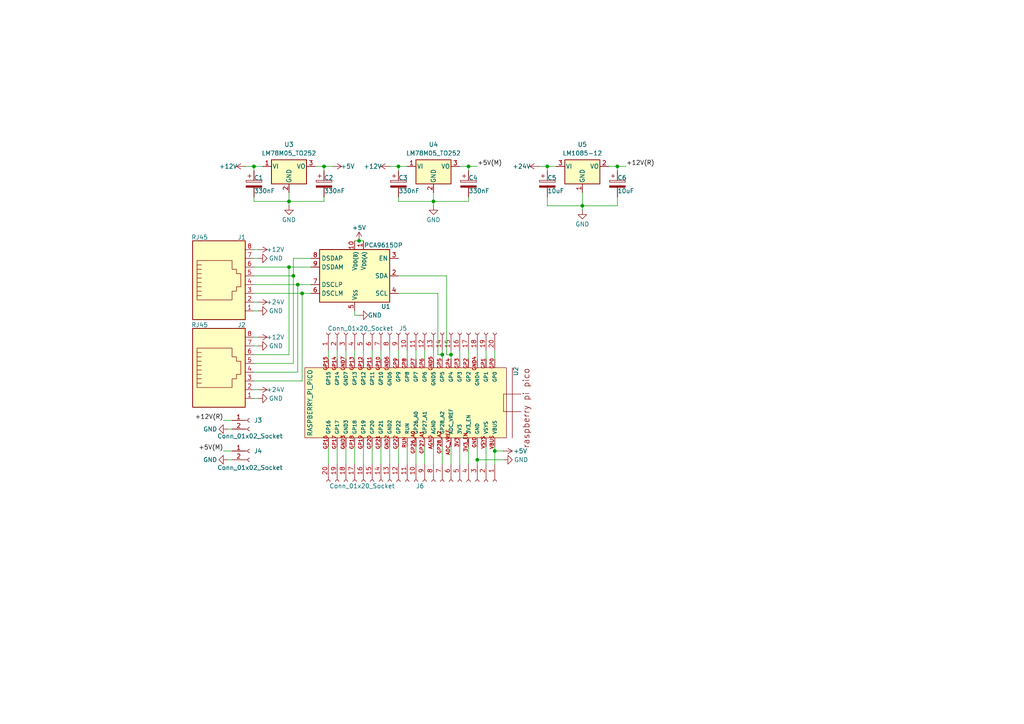
<source format=kicad_sch>
(kicad_sch (version 20231120) (generator "eeschema") (generator_version "8.0")
  (paper "A4")
  (title_block (title "PicoChain Reference Device Implementation") (date "2024-08-22") (rev "v1.1") (comment 2 "http://www.tapr.org/OHL") (comment 3 "Licence: The TAPR Open Hardware License") (comment 4 "Author: Jason Alexander"))
  (lib_symbols
    (symbol "Connector:Conn_01x02_Socket" (pin_names (offset 1.016) hide)
      (property "Reference" "J" (at 0 2.54 0))
      (property "Value" "Conn_01x02_Socket" (at 0 -5.08 0))
      (symbol "Conn_01x02_Socket_1_1"
        (arc (start 0 -2.032) (mid -0.5058 -2.54) (end 0 -3.048) (stroke (width 0.1524)))
        (polyline (pts (xy -1.27 -2.54) (xy -0.508 -2.54)) (stroke (width 0.1524)))
        (polyline (pts (xy -1.27 0) (xy -0.508 0)) (stroke (width 0.1524)))
        (arc (start 0 0.508) (mid -0.5058 0) (end 0 -0.508) (stroke (width 0.1524)))
        (pin passive line (at -5.08 0 0) (length 3.81) (name "Pin_1") (number "1"))
        (pin passive line (at -5.08 -2.54 0) (length 3.81) (name "Pin_2") (number "2"))
      )
    )
    (symbol "Connector:Conn_01x20_Socket" (pin_names (offset 1.016) hide)
      (property "Reference" "J" (at 0 25.4 0))
      (property "Value" "Conn_01x20_Socket" (at 0 -27.94 0))
      (symbol "Conn_01x20_Socket_1_1"
        (arc (start 0 -24.892) (mid -0.5058 -25.4) (end 0 -25.908) (stroke (width 0.1524)))
        (arc (start 0 -22.352) (mid -0.5058 -22.86) (end 0 -23.368) (stroke (width 0.1524)))
        (arc (start 0 -19.812) (mid -0.5058 -20.32) (end 0 -20.828) (stroke (width 0.1524)))
        (arc (start 0 -17.272) (mid -0.5058 -17.78) (end 0 -18.288) (stroke (width 0.1524)))
        (arc (start 0 -14.732) (mid -0.5058 -15.24) (end 0 -15.748) (stroke (width 0.1524)))
        (arc (start 0 -12.192) (mid -0.5058 -12.7) (end 0 -13.208) (stroke (width 0.1524)))
        (arc (start 0 -9.652) (mid -0.5058 -10.16) (end 0 -10.668) (stroke (width 0.1524)))
        (arc (start 0 -7.112) (mid -0.5058 -7.62) (end 0 -8.128) (stroke (width 0.1524)))
        (arc (start 0 -4.572) (mid -0.5058 -5.08) (end 0 -5.588) (stroke (width 0.1524)))
        (arc (start 0 -2.032) (mid -0.5058 -2.54) (end 0 -3.048) (stroke (width 0.1524)))
        (polyline (pts (xy -1.27 -25.4) (xy -0.508 -25.4)) (stroke (width 0.1524)))
        (polyline (pts (xy -1.27 -22.86) (xy -0.508 -22.86)) (stroke (width 0.1524)))
        (polyline (pts (xy -1.27 -20.32) (xy -0.508 -20.32)) (stroke (width 0.1524)))
        (polyline (pts (xy -1.27 -17.78) (xy -0.508 -17.78)) (stroke (width 0.1524)))
        (polyline (pts (xy -1.27 -15.24) (xy -0.508 -15.24)) (stroke (width 0.1524)))
        (polyline (pts (xy -1.27 -12.7) (xy -0.508 -12.7)) (stroke (width 0.1524)))
        (polyline (pts (xy -1.27 -10.16) (xy -0.508 -10.16)) (stroke (width 0.1524)))
        (polyline (pts (xy -1.27 -7.62) (xy -0.508 -7.62)) (stroke (width 0.1524)))
        (polyline (pts (xy -1.27 -5.08) (xy -0.508 -5.08)) (stroke (width 0.1524)))
        (polyline (pts (xy -1.27 -2.54) (xy -0.508 -2.54)) (stroke (width 0.1524)))
        (polyline (pts (xy -1.27 0) (xy -0.508 0)) (stroke (width 0.1524)))
        (polyline (pts (xy -1.27 2.54) (xy -0.508 2.54)) (stroke (width 0.1524)))
        (polyline (pts (xy -1.27 5.08) (xy -0.508 5.08)) (stroke (width 0.1524)))
        (polyline (pts (xy -1.27 7.62) (xy -0.508 7.62)) (stroke (width 0.1524)))
        (polyline (pts (xy -1.27 10.16) (xy -0.508 10.16)) (stroke (width 0.1524)))
        (polyline (pts (xy -1.27 12.7) (xy -0.508 12.7)) (stroke (width 0.1524)))
        (polyline (pts (xy -1.27 15.24) (xy -0.508 15.24)) (stroke (width 0.1524)))
        (polyline (pts (xy -1.27 17.78) (xy -0.508 17.78)) (stroke (width 0.1524)))
        (polyline (pts (xy -1.27 20.32) (xy -0.508 20.32)) (stroke (width 0.1524)))
        (polyline (pts (xy -1.27 22.86) (xy -0.508 22.86)) (stroke (width 0.1524)))
        (arc (start 0 0.508) (mid -0.5058 0) (end 0 -0.508) (stroke (width 0.1524)))
        (arc (start 0 3.048) (mid -0.5058 2.54) (end 0 2.032) (stroke (width 0.1524)))
        (arc (start 0 5.588) (mid -0.5058 5.08) (end 0 4.572) (stroke (width 0.1524)))
        (arc (start 0 8.128) (mid -0.5058 7.62) (end 0 7.112) (stroke (width 0.1524)))
        (arc (start 0 10.668) (mid -0.5058 10.16) (end 0 9.652) (stroke (width 0.1524)))
        (arc (start 0 13.208) (mid -0.5058 12.7) (end 0 12.192) (stroke (width 0.1524)))
        (arc (start 0 15.748) (mid -0.5058 15.24) (end 0 14.732) (stroke (width 0.1524)))
        (arc (start 0 18.288) (mid -0.5058 17.78) (end 0 17.272) (stroke (width 0.1524)))
        (arc (start 0 20.828) (mid -0.5058 20.32) (end 0 19.812) (stroke (width 0.1524)))
        (arc (start 0 23.368) (mid -0.5058 22.86) (end 0 22.352) (stroke (width 0.1524)))
        (pin passive line (at -5.08 22.86 0) (length 3.81) (name "Pin_1") (number "1"))
        (pin passive line (at -5.08 0 0) (length 3.81) (name "Pin_10") (number "10"))
        (pin passive line (at -5.08 -2.54 0) (length 3.81) (name "Pin_11") (number "11"))
        (pin passive line (at -5.08 -5.08 0) (length 3.81) (name "Pin_12") (number "12"))
        (pin passive line (at -5.08 -7.62 0) (length 3.81) (name "Pin_13") (number "13"))
        (pin passive line (at -5.08 -10.16 0) (length 3.81) (name "Pin_14") (number "14"))
        (pin passive line (at -5.08 -12.7 0) (length 3.81) (name "Pin_15") (number "15"))
        (pin passive line (at -5.08 -15.24 0) (length 3.81) (name "Pin_16") (number "16"))
        (pin passive line (at -5.08 -17.78 0) (length 3.81) (name "Pin_17") (number "17"))
        (pin passive line (at -5.08 -20.32 0) (length 3.81) (name "Pin_18") (number "18"))
        (pin passive line (at -5.08 -22.86 0) (length 3.81) (name "Pin_19") (number "19"))
        (pin passive line (at -5.08 20.32 0) (length 3.81) (name "Pin_2") (number "2"))
        (pin passive line (at -5.08 -25.4 0) (length 3.81) (name "Pin_20") (number "20"))
        (pin passive line (at -5.08 17.78 0) (length 3.81) (name "Pin_3") (number "3"))
        (pin passive line (at -5.08 15.24 0) (length 3.81) (name "Pin_4") (number "4"))
        (pin passive line (at -5.08 12.7 0) (length 3.81) (name "Pin_5") (number "5"))
        (pin passive line (at -5.08 10.16 0) (length 3.81) (name "Pin_6") (number "6"))
        (pin passive line (at -5.08 7.62 0) (length 3.81) (name "Pin_7") (number "7"))
        (pin passive line (at -5.08 5.08 0) (length 3.81) (name "Pin_8") (number "8"))
        (pin passive line (at -5.08 2.54 0) (length 3.81) (name "Pin_9") (number "9"))
      )
    )
    (symbol "Connector:RJ45" (pin_names (offset 1.016))
      (property "Reference" "J" (at -5.08 13.97 0))
      (property "Value" "RJ45" (at 2.54 13.97 0))
      (symbol "RJ45_0_1"
        (polyline (pts (xy -5.08 4.445) (xy -6.35 4.445)))
        (polyline (pts (xy -5.08 5.715) (xy -6.35 5.715)))
        (polyline (pts (xy -6.35 -3.175) (xy -5.08 -3.175) (xy -5.08 -3.175)))
        (polyline (pts (xy -6.35 -1.905) (xy -5.08 -1.905) (xy -5.08 -1.905)))
        (polyline (pts (xy -6.35 -0.635) (xy -5.08 -0.635) (xy -5.08 -0.635)))
        (polyline (pts (xy -6.35 0.635) (xy -5.08 0.635) (xy -5.08 0.635)))
        (polyline (pts (xy -6.35 1.905) (xy -5.08 1.905) (xy -5.08 1.905)))
        (polyline (pts (xy -5.08 3.175) (xy -6.35 3.175) (xy -6.35 3.175)))
        (polyline (pts (xy -6.35 -4.445) (xy -6.35 6.985) (xy 3.81 6.985) (xy 3.81 4.445) (xy 5.08 4.445) (xy 5.08 3.175) (xy 6.35 3.175) (xy 6.35 -0.635) (xy 5.08 -0.635) (xy 5.08 -1.905) (xy 3.81 -1.905) (xy 3.81 -4.445) (xy -6.35 -4.445) (xy -6.35 -4.445)))
        (rectangle (start 7.62 12.7) (end -7.62 -10.16) (stroke (width 0.254)) (fill (type background)))
      )
      (symbol "RJ45_1_1"
        (pin passive line (at 10.16 -7.62 180) (length 2.54) (name "~") (number "1"))
        (pin passive line (at 10.16 -5.08 180) (length 2.54) (name "~") (number "2"))
        (pin passive line (at 10.16 -2.54 180) (length 2.54) (name "~") (number "3"))
        (pin passive line (at 10.16 0 180) (length 2.54) (name "~") (number "4"))
        (pin passive line (at 10.16 2.54 180) (length 2.54) (name "~") (number "5"))
        (pin passive line (at 10.16 5.08 180) (length 2.54) (name "~") (number "6"))
        (pin passive line (at 10.16 7.62 180) (length 2.54) (name "~") (number "7"))
        (pin passive line (at 10.16 10.16 180) (length 2.54) (name "~") (number "8"))
      )
    )
    (symbol "Device:C_Polarized" (pin_numbers hide) (pin_names (offset 0.254))
      (property "Reference" "C" (at 0.635 2.54 0))
      (property "Value" "C_Polarized" (at 0.635 -2.54 0))
      (symbol "C_Polarized_0_1"
        (rectangle (start -2.286 0.508) (end 2.286 1.016))
        (polyline (pts (xy -1.778 2.286) (xy -0.762 2.286)))
        (polyline (pts (xy -1.27 2.794) (xy -1.27 1.778)))
        (rectangle (start 2.286 -0.508) (end -2.286 -1.016) (fill (type outline)))
      )
      (symbol "C_Polarized_1_1"
        (pin passive line (at 0 3.81 270) (length 2.794) (name "~") (number "1"))
        (pin passive line (at 0 -3.81 90) (length 2.794) (name "~") (number "2"))
      )
    )
    (symbol "Interface:PCA9615DP"
      (property "Reference" "U" (at -10.16 8.89 0))
      (property "Value" "PCA9615DP" (at 1.27 8.89 0))
      (symbol "PCA9615DP_0_1"
        (rectangle (start -10.16 7.62) (end 10.16 -7.62) (stroke (width 0.254)) (fill (type background)))
      )
      (symbol "PCA9615DP_1_1"
        (pin power_in line (at -2.54 10.16 270) (length 2.54) (name "V_{DD(A)}") (number "1"))
        (pin power_in line (at 0 10.16 270) (length 2.54) (name "V_{DD(B)}") (number "10"))
        (pin bidirectional line (at -12.7 0 0) (length 2.54) (name "SDA") (number "2"))
        (pin input line (at -12.7 5.08 0) (length 2.54) (name "EN") (number "3"))
        (pin bidirectional line (at -12.7 -5.08 0) (length 2.54) (name "SCL") (number "4"))
        (pin power_in line (at 0 -10.16 90) (length 2.54) (name "V_{SS}") (number "5"))
        (pin bidirectional line (at 12.7 -5.08 180) (length 2.54) (name "DSCLM") (number "6"))
        (pin bidirectional line (at 12.7 -2.54 180) (length 2.54) (name "DSCLP") (number "7"))
        (pin bidirectional line (at 12.7 5.08 180) (length 2.54) (name "DSDAP") (number "8"))
        (pin bidirectional line (at 12.7 2.54 180) (length 2.54) (name "DSDAM") (number "9"))
      )
    )
    (symbol "RASPBERRY_PI_PICO:RASPBERRY_PI_PICO" (pin_names (offset 1.016))
      (property "Reference" "U" (at 0 0 0))
      (property "Value" "RASPBERRY_PI_PICO" (at 0 0 0))
      (symbol "RASPBERRY_PI_PICO_0_0"
        (rectangle (start -7.62 -34.7604) (end 12.7 23.6596) (stroke (width 0.1524)) (fill (type background)))
        (polyline (pts (xy 0 22.86) (xy 5.08 22.86)) (stroke (width 0.1524)))
        (polyline (pts (xy 0 27.94) (xy 0 22.86)) (stroke (width 0.1524)))
        (polyline (pts (xy 5.08 22.86) (xy 5.08 27.94)) (stroke (width 0.1524)))
        (polyline (pts (xy 12.7 25.4) (xy -7.62 25.4)) (stroke (width 0.1524)))
        (text "raspberry pi pico" (at -7.62 30.48 0) (effects (font (size 1.778 1.778)) (justify left bottom)))
        (pin bidirectional line (at 15.24 10.16 180) (length 2.54) (name "3V3") (number "3V3"))
        (pin bidirectional line (at 15.24 12.7 180) (length 2.54) (name "3V3_EN") (number "3V3_EN"))
        (pin bidirectional line (at 15.24 7.62 180) (length 2.54) (name "ADC_VREF") (number "ADC_VREF"))
        (pin bidirectional line (at 15.24 2.54 180) (length 2.54) (name "AGND") (number "AGND"))
        (pin bidirectional line (at 15.24 15.24 180) (length 2.54) (name "GND") (number "GND"))
        (pin bidirectional line (at 15.24 -10.16 180) (length 2.54) (name "GND2") (number "GND2"))
        (pin bidirectional line (at 15.24 -22.86 180) (length 2.54) (name "GND3") (number "GND3"))
        (pin bidirectional line (at -10.16 15.24 0) (length 2.54) (name "GND4") (number "GND4"))
        (pin bidirectional line (at -10.16 2.54 0) (length 2.54) (name "GND5") (number "GND5"))
        (pin bidirectional line (at -10.16 -10.16 0) (length 2.54) (name "GND6") (number "GND6"))
        (pin bidirectional line (at -10.16 -22.86 0) (length 2.54) (name "GND7") (number "GND7"))
        (pin bidirectional line (at -10.16 20.32 0) (length 2.54) (name "GP0") (number "GP0"))
        (pin bidirectional line (at -10.16 17.78 0) (length 2.54) (name "GP1") (number "GP1"))
        (pin bidirectional line (at -10.16 -12.7 0) (length 2.54) (name "GP10") (number "GP10"))
        (pin bidirectional line (at -10.16 -15.24 0) (length 2.54) (name "GP11") (number "GP11"))
        (pin bidirectional line (at -10.16 -17.78 0) (length 2.54) (name "GP12") (number "GP12"))
        (pin bidirectional line (at -10.16 -20.32 0) (length 2.54) (name "GP13") (number "GP13"))
        (pin bidirectional line (at -10.16 -25.4 0) (length 2.54) (name "GP14") (number "GP14"))
        (pin bidirectional line (at -10.16 -27.94 0) (length 2.54) (name "GP15") (number "GP15"))
        (pin bidirectional line (at 15.24 -27.94 180) (length 2.54) (name "GP16") (number "GP16"))
        (pin bidirectional line (at 15.24 -25.4 180) (length 2.54) (name "GP17") (number "GP17"))
        (pin bidirectional line (at 15.24 -20.32 180) (length 2.54) (name "GP18") (number "GP18"))
        (pin bidirectional line (at 15.24 -17.78 180) (length 2.54) (name "GP19") (number "GP19"))
        (pin bidirectional line (at -10.16 12.7 0) (length 2.54) (name "GP2") (number "GP2"))
        (pin bidirectional line (at 15.24 -15.24 180) (length 2.54) (name "GP20") (number "GP20"))
        (pin bidirectional line (at 15.24 -12.7 180) (length 2.54) (name "GP21") (number "GP21"))
        (pin bidirectional line (at 15.24 -7.62 180) (length 2.54) (name "GP22") (number "GP22"))
        (pin bidirectional line (at 15.24 -2.54 180) (length 2.54) (name "GP26_A0") (number "GP26_A0"))
        (pin bidirectional line (at 15.24 0 180) (length 2.54) (name "GP27_A1") (number "GP27_A1"))
        (pin bidirectional line (at 15.24 5.08 180) (length 2.54) (name "GP28_A2") (number "GP28_A2"))
        (pin bidirectional line (at -10.16 10.16 0) (length 2.54) (name "GP3") (number "GP3"))
        (pin bidirectional line (at -10.16 7.62 0) (length 2.54) (name "GP4") (number "GP4"))
        (pin bidirectional line (at -10.16 5.08 0) (length 2.54) (name "GP5") (number "GP5"))
        (pin bidirectional line (at -10.16 0 0) (length 2.54) (name "GP6") (number "GP6"))
        (pin bidirectional line (at -10.16 -2.54 0) (length 2.54) (name "GP7") (number "GP7"))
        (pin bidirectional line (at -10.16 -5.08 0) (length 2.54) (name "GP8") (number "GP8"))
        (pin bidirectional line (at -10.16 -7.62 0) (length 2.54) (name "GP9") (number "GP9"))
        (pin bidirectional line (at 15.24 -5.08 180) (length 2.54) (name "RUN") (number "RUN"))
        (pin bidirectional line (at 15.24 20.32 180) (length 2.54) (name "VBUS") (number "VBUS"))
        (pin bidirectional line (at 15.24 17.78 180) (length 2.54) (name "VSYS") (number "VSYS"))
      )
    )
    (symbol "Regulator_Linear:LM1085-12" (pin_names (offset 0.254))
      (property "Reference" "U" (at -3.81 3.175 0))
      (property "Value" "LM1085-12" (at 0 3.175 0))
      (symbol "LM1085-12_0_1"
        (rectangle (start -5.08 1.905) (end 5.08 -5.08) (stroke (width 0.254)) (fill (type background)))
      )
      (symbol "LM1085-12_1_1"
        (pin power_in line (at 0 -7.62 90) (length 2.54) (name "GND") (number "1"))
        (pin power_out line (at 7.62 0 180) (length 2.54) (name "VO") (number "2"))
        (pin power_in line (at -7.62 0 0) (length 2.54) (name "VI") (number "3"))
      )
    )
    (symbol "Regulator_Linear:LM78M05_TO252" (pin_names (offset 0.254))
      (property "Reference" "U" (at -3.81 3.175 0))
      (property "Value" "LM78M05_TO252" (at 0 3.175 0))
      (symbol "LM78M05_TO252_0_1"
        (rectangle (start -5.08 1.905) (end 5.08 -5.08) (stroke (width 0.254)) (fill (type background)))
      )
      (symbol "LM78M05_TO252_1_1"
        (pin power_in line (at -7.62 0 0) (length 2.54) (name "VI") (number "1"))
        (pin power_in line (at 0 -7.62 90) (length 2.54) (name "GND") (number "2"))
        (pin power_out line (at 7.62 0 180) (length 2.54) (name "VO") (number "3"))
      )
    )
    (symbol "power:+12V" (power) (pin_numbers hide) (pin_names (offset 0) hide)
      (property "Value" "+12V" (at 0 3.556 0))
      (symbol "+12V_0_1"
        (polyline (pts (xy -0.762 1.27) (xy 0 2.54)))
        (polyline (pts (xy 0 0) (xy 0 2.54)))
        (polyline (pts (xy 0 2.54) (xy 0.762 1.27)))
      )
      (symbol "+12V_1_1"
        (pin power_in line (at 0 0 90) (length 0) (name "~") (number "1"))
      )
    )
    (symbol "power:+24V" (power) (pin_numbers hide) (pin_names (offset 0) hide)
      (property "Value" "+24V" (at 0 3.556 0))
      (symbol "+24V_0_1"
        (polyline (pts (xy -0.762 1.27) (xy 0 2.54)))
        (polyline (pts (xy 0 0) (xy 0 2.54)))
        (polyline (pts (xy 0 2.54) (xy 0.762 1.27)))
      )
      (symbol "+24V_1_1"
        (pin power_in line (at 0 0 90) (length 0) (name "~") (number "1"))
      )
    )
    (symbol "power:+5V" (power) (pin_numbers hide) (pin_names (offset 0) hide)
      (property "Value" "+5V" (at 0 3.556 0))
      (symbol "+5V_0_1"
        (polyline (pts (xy -0.762 1.27) (xy 0 2.54)))
        (polyline (pts (xy 0 0) (xy 0 2.54)))
        (polyline (pts (xy 0 2.54) (xy 0.762 1.27)))
      )
      (symbol "+5V_1_1"
        (pin power_in line (at 0 0 90) (length 0) (name "~") (number "1"))
      )
    )
    (symbol "power:GND" (power) (pin_numbers hide) (pin_names (offset 0) hide)
      (property "Value" "GND" (at 0 -3.81 0))
      (symbol "GND_0_1"
        (polyline (pts (xy 0 0) (xy 0 -1.27) (xy 1.27 -1.27) (xy 0 -2.54) (xy -1.27 -1.27) (xy 0 -1.27)))
      )
      (symbol "GND_1_1"
        (pin power_in line (at 0 0 270) (length 0) (name "~") (number "1"))
      )
    )
  )
  (junction (at 86.36 82.55))
  (junction (at 128.27 102.87))
  (junction (at 83.82 58.42))
  (junction (at 87.63 85.09))
  (junction (at 85.09 80.01))
  (junction (at 158.75 48.26))
  (junction (at 179.07 48.26))
  (junction (at 138.43 133.35))
  (junction (at 83.82 77.47))
  (junction (at 143.51 130.81))
  (junction (at 125.73 58.42))
  (junction (at 93.98 48.26))
  (junction (at 115.57 48.26))
  (junction (at 130.81 102.87))
  (junction (at 168.91 59.69))
  (junction (at 135.89 48.26))
  (junction (at 73.66 48.26))
  (junction (at 104.14 69.85))
  (wire (pts (xy 130.81 134.62) (xy 130.81 129.54)))
  (wire (pts (xy 158.75 59.69) (xy 168.91 59.69)))
  (wire (pts (xy 93.98 57.15) (xy 93.98 58.42)))
  (wire (pts (xy 83.82 77.47) (xy 90.17 77.47)))
  (wire (pts (xy 73.66 57.15) (xy 73.66 58.42)))
  (wire (pts (xy 85.09 105.41) (xy 85.09 80.01)))
  (wire (pts (xy 125.73 58.42) (xy 125.73 59.69)))
  (wire (pts (xy 95.25 134.62) (xy 95.25 129.54)))
  (wire (pts (xy 130.81 101.6) (xy 130.81 102.87)))
  (wire (pts (xy 73.66 58.42) (xy 83.82 58.42)))
  (wire (pts (xy 87.63 85.09) (xy 90.17 85.09)))
  (wire (pts (xy 93.98 58.42) (xy 83.82 58.42)))
  (wire (pts (xy 107.95 134.62) (xy 107.95 129.54)))
  (wire (pts (xy 113.03 134.62) (xy 113.03 129.54)))
  (wire (pts (xy 113.03 48.26) (xy 115.57 48.26)))
  (wire (pts (xy 83.82 58.42) (xy 83.82 59.69)))
  (wire (pts (xy 115.57 48.26) (xy 115.57 49.53)))
  (wire (pts (xy 129.54 102.87) (xy 130.81 102.87)))
  (wire (pts (xy 73.66 85.09) (xy 87.63 85.09)))
  (wire (pts (xy 138.43 133.35) (xy 138.43 129.54)))
  (wire (pts (xy 130.81 104.14) (xy 130.81 102.87)))
  (wire (pts (xy 83.82 55.88) (xy 83.82 58.42)))
  (wire (pts (xy 158.75 48.26) (xy 161.29 48.26)))
  (wire (pts (xy 86.36 82.55) (xy 90.17 82.55)))
  (wire (pts (xy 135.89 134.62) (xy 135.89 129.54)))
  (wire (pts (xy 100.33 101.6) (xy 100.33 104.14)))
  (wire (pts (xy 168.91 59.69) (xy 168.91 55.88)))
  (wire (pts (xy 120.65 101.6) (xy 120.65 104.14)))
  (wire (pts (xy 67.31 130.81) (xy 64.77 130.81)))
  (wire (pts (xy 158.75 57.15) (xy 158.75 59.69)))
  (wire (pts (xy 128.27 104.14) (xy 128.27 102.87)))
  (wire (pts (xy 71.12 48.26) (xy 73.66 48.26)))
  (wire (pts (xy 102.87 101.6) (xy 102.87 104.14)))
  (wire (pts (xy 86.36 82.55) (xy 86.36 107.95)))
  (wire (pts (xy 73.66 80.01) (xy 85.09 80.01)))
  (wire (pts (xy 73.66 102.87) (xy 83.82 102.87)))
  (wire (pts (xy 129.54 80.01) (xy 115.57 80.01)))
  (wire (pts (xy 179.07 49.53) (xy 179.07 48.26)))
  (wire (pts (xy 127 85.09) (xy 115.57 85.09)))
  (wire (pts (xy 85.09 74.93) (xy 90.17 74.93)))
  (wire (pts (xy 102.87 69.85) (xy 104.14 69.85)))
  (wire (pts (xy 143.51 134.62) (xy 143.51 130.81)))
  (wire (pts (xy 115.57 57.15) (xy 115.57 58.42)))
  (wire (pts (xy 120.65 134.62) (xy 120.65 129.54)))
  (wire (pts (xy 179.07 59.69) (xy 168.91 59.69)))
  (wire (pts (xy 128.27 134.62) (xy 128.27 129.54)))
  (wire (pts (xy 73.66 105.41) (xy 85.09 105.41)))
  (wire (pts (xy 135.89 57.15) (xy 135.89 58.42)))
  (wire (pts (xy 83.82 102.87) (xy 83.82 77.47)))
  (wire (pts (xy 102.87 134.62) (xy 102.87 129.54)))
  (wire (pts (xy 91.44 48.26) (xy 93.98 48.26)))
  (wire (pts (xy 73.66 87.63) (xy 74.93 87.63)))
  (wire (pts (xy 123.19 101.6) (xy 123.19 104.14)))
  (wire (pts (xy 118.11 134.62) (xy 118.11 129.54)))
  (wire (pts (xy 125.73 101.6) (xy 125.73 104.14)))
  (wire (pts (xy 73.66 115.57) (xy 74.93 115.57)))
  (wire (pts (xy 156.21 48.26) (xy 158.75 48.26)))
  (wire (pts (xy 105.41 134.62) (xy 105.41 129.54)))
  (wire (pts (xy 168.91 59.69) (xy 168.91 60.96)))
  (wire (pts (xy 73.66 82.55) (xy 86.36 82.55)))
  (wire (pts (xy 118.11 101.6) (xy 118.11 104.14)))
  (wire (pts (xy 135.89 101.6) (xy 135.89 104.14)))
  (wire (pts (xy 100.33 134.62) (xy 100.33 129.54)))
  (wire (pts (xy 138.43 101.6) (xy 138.43 104.14)))
  (wire (pts (xy 66.04 124.46) (xy 67.31 124.46)))
  (wire (pts (xy 138.43 133.35) (xy 146.05 133.35)))
  (wire (pts (xy 104.14 91.44) (xy 102.87 91.44)))
  (wire (pts (xy 95.25 101.6) (xy 95.25 104.14)))
  (wire (pts (xy 113.03 101.6) (xy 113.03 104.14)))
  (wire (pts (xy 73.66 90.17) (xy 74.93 90.17)))
  (wire (pts (xy 143.51 101.6) (xy 143.51 104.14)))
  (wire (pts (xy 118.11 48.26) (xy 115.57 48.26)))
  (wire (pts (xy 133.35 101.6) (xy 133.35 104.14)))
  (wire (pts (xy 73.66 77.47) (xy 83.82 77.47)))
  (wire (pts (xy 143.51 130.81) (xy 146.05 130.81)))
  (wire (pts (xy 133.35 48.26) (xy 135.89 48.26)))
  (wire (pts (xy 125.73 55.88) (xy 125.73 58.42)))
  (wire (pts (xy 73.66 72.39) (xy 74.93 72.39)))
  (wire (pts (xy 73.66 100.33) (xy 74.93 100.33)))
  (wire (pts (xy 143.51 130.81) (xy 143.51 129.54)))
  (wire (pts (xy 97.79 134.62) (xy 97.79 129.54)))
  (wire (pts (xy 93.98 48.26) (xy 96.52 48.26)))
  (wire (pts (xy 97.79 101.6) (xy 97.79 104.14)))
  (wire (pts (xy 158.75 49.53) (xy 158.75 48.26)))
  (wire (pts (xy 93.98 48.26) (xy 93.98 49.53)))
  (wire (pts (xy 73.66 74.93) (xy 74.93 74.93)))
  (wire (pts (xy 87.63 85.09) (xy 87.63 110.49)))
  (wire (pts (xy 129.54 80.01) (xy 129.54 102.87)))
  (wire (pts (xy 73.66 97.79) (xy 74.93 97.79)))
  (wire (pts (xy 66.04 133.35) (xy 67.31 133.35)))
  (wire (pts (xy 127 85.09) (xy 127 102.87)))
  (wire (pts (xy 76.2 48.26) (xy 73.66 48.26)))
  (wire (pts (xy 125.73 134.62) (xy 125.73 129.54)))
  (wire (pts (xy 107.95 101.6) (xy 107.95 104.14)))
  (wire (pts (xy 110.49 101.6) (xy 110.49 104.14)))
  (wire (pts (xy 102.87 91.44) (xy 102.87 90.17)))
  (wire (pts (xy 73.66 113.03) (xy 74.93 113.03)))
  (wire (pts (xy 128.27 101.6) (xy 128.27 102.87)))
  (wire (pts (xy 135.89 58.42) (xy 125.73 58.42)))
  (wire (pts (xy 133.35 134.62) (xy 133.35 129.54)))
  (wire (pts (xy 123.19 134.62) (xy 123.19 129.54)))
  (wire (pts (xy 67.31 121.92) (xy 64.77 121.92)))
  (wire (pts (xy 105.41 101.6) (xy 105.41 104.14)))
  (wire (pts (xy 104.14 69.85) (xy 105.41 69.85)))
  (wire (pts (xy 115.57 58.42) (xy 125.73 58.42)))
  (wire (pts (xy 179.07 48.26) (xy 181.61 48.26)))
  (wire (pts (xy 135.89 48.26) (xy 135.89 49.53)))
  (wire (pts (xy 73.66 48.26) (xy 73.66 49.53)))
  (wire (pts (xy 140.97 101.6) (xy 140.97 104.14)))
  (wire (pts (xy 73.66 107.95) (xy 86.36 107.95)))
  (wire (pts (xy 73.66 110.49) (xy 87.63 110.49)))
  (wire (pts (xy 127 102.87) (xy 128.27 102.87)))
  (wire (pts (xy 179.07 57.15) (xy 179.07 59.69)))
  (wire (pts (xy 85.09 80.01) (xy 85.09 74.93)))
  (wire (pts (xy 115.57 101.6) (xy 115.57 104.14)))
  (wire (pts (xy 179.07 48.26) (xy 176.53 48.26)))
  (wire (pts (xy 115.57 134.62) (xy 115.57 129.54)))
  (wire (pts (xy 140.97 134.62) (xy 140.97 129.54)))
  (wire (pts (xy 110.49 134.62) (xy 110.49 129.54)))
  (wire (pts (xy 138.43 134.62) (xy 138.43 133.35)))
  (wire (pts (xy 135.89 48.26) (xy 138.43 48.26)))
  (label "+12V(R)" (at 181.61 48.26 0))
  (label "+12V(R)" (at 64.77 121.92 180))
  (label "+5V(M)" (at 64.77 130.81 180))
  (label "+5V(M)" (at 138.43 48.26 0))
  (symbol (lib_id "power:GND") (at 168.91 60.96 0) (unit 1)
    (property "Reference" "#PWR021" (effects (hide yes)))
    (property "Value" "GND" (at 170.942 65.024 0) (effects (justify right)))
    (property "Description" "Power symbol creates a global label with name \"GND\" , ground" (effects (hide yes)))
  )
  (symbol (lib_id "Connector:RJ45") (at 63.5 107.95 0) (unit 1)
    (property "Reference" "J2" (at 70.104 94.234 0))
    (property "Value" "RJ45" (at 57.912 94.234 0))
    (property "Footprint" "Connector_RJ:RJ45_Amphenol_54602-x08_Horizontal" (effects (hide yes)))
    (property "Description" "RJ connector, 8P8C (8 positions 8 connected)" (effects (hide yes)))
  )
  (symbol (lib_id "power:+12V") (at 113.03 48.26 90) (mirror x) (unit 1)
    (property "Reference" "#PWR014" (effects (hide yes)))
    (property "Value" "+12V" (at 110.744 48.26 90) (effects (justify left)))
    (property "Description" "Power symbol creates a global label with name \"+12V\"" (effects (hide yes)))
  )
  (symbol (lib_id "Interface:PCA9615DP") (at 102.87 80.01 0) (mirror y) (unit 1)
    (property "Reference" "U1" (at 113.284 88.9 0) (effects (justify left)))
    (property "Value" "PCA9615DP" (at 116.84 71.12 0) (effects (justify left)))
    (property "Footprint" "Package_SO:TSSOP-10_3x3mm_P0.5mm" (effects (hide yes)))
    (property "Datasheet" "https://www.nxp.com/docs/en/data-sheet/PCA9615.pdf" (effects (hide yes)))
    (property "Description" "Dual bidirectional hot-swap multipoint bus buffer, SO-8" (effects (hide yes)))
  )
  (symbol (lib_id "Regulator_Linear:LM1085-12") (at 168.91 48.26 0) (unit 1)
    (property "Reference" "U5" (at 168.91 41.91 0))
    (property "Value" "LM1085-12" (at 168.91 44.45 0))
    (property "Footprint" "LM1085IS-12:TO254P1524X483-4N" (effects (hide yes)))
    (property "Datasheet" "http://www.ti.com/lit/ds/symlink/lm1085.pdf" (effects (hide yes)))
    (property "Description" "3A 18V Linear Regulator, Fixed Output 12.0V, TO-220/TO-263" (effects (hide yes)))
  )
  (symbol (lib_id "Device:C_Polarized") (at 73.66 53.34 0) (unit 1)
    (property "Reference" "C1" (at 73.66 51.562 0) (effects (justify left)))
    (property "Value" "330nF" (at 73.66 55.372 0) (effects (justify left)))
    (property "Footprint" "Capacitor_Tantalum_SMD:CP_EIA-3216-18_Kemet-A" (effects (hide yes)))
    (property "Description" "Polarized capacitor" (effects (hide yes)))
  )
  (symbol (lib_id "power:+5V") (at 104.14 69.85 0) (unit 1)
    (property "Reference" "#PWR01" (effects (hide yes)))
    (property "Value" "+5V" (at 102.108 66.04 0) (effects (justify left)))
    (property "Description" "Power symbol creates a global label with name \"+5V\"" (effects (hide yes)))
  )
  (symbol (lib_id "power:GND") (at 146.05 133.35 90) (unit 1)
    (property "Reference" "#PWR04" (effects (hide yes)))
    (property "Value" "GND" (at 149.098 133.35 90) (effects (justify right)))
    (property "Description" "Power symbol creates a global label with name \"GND\" , ground" (effects (hide yes)))
  )
  (symbol (lib_id "Device:C_Polarized") (at 158.75 53.34 0) (unit 1)
    (property "Reference" "C5" (at 158.75 51.562 0) (effects (justify left)))
    (property "Value" "10uF" (at 158.75 55.372 0) (effects (justify left)))
    (property "Footprint" "Capacitor_Tantalum_SMD:CP_EIA-3528-21_Kemet-B" (effects (hide yes)))
    (property "Description" "Polarized capacitor" (effects (hide yes)))
  )
  (symbol (lib_id "RASPBERRY_PI_PICO:RASPBERRY_PI_PICO") (at 123.19 114.3 270) (unit 1)
    (property "Reference" "U2" (at 149.606 107.696 0))
    (property "Value" "RASPBERRY_PI_PICO" (at 89.916 116.84 0))
    (property "Footprint" "RASPBERRY_PI_PICO:RASPBERRY_PI_PICO" (effects (hide yes)))
    (property "MF" "Raspberry Pi" (effects (hide yes)))
    (property "Description_1" "\nRaspberry Pi Board, Arm Cortex-M0+; Core Architecture:Arm; Core Sub-Architecture:Cortex-M0+; Kit Contents:Raspberry Pi Pico Board; No. Of Bits:32Bit; Silicon Core Number:Rp2040; Silicon Manufacturer:Raspberry Pi |Raspberry-Pi RASPBERRY PI PICO\n" (effects (hide yes)))
    (property "Package" "None" (effects (hide yes)))
    (property "Price" "None" (effects (hide yes)))
    (property "SnapEDA_Link" "https://www.snapeda.com/parts/RASPBERRY%20PI%20PICO/Raspberry+Pi/view-part/?ref=snap" (effects (hide yes)))
    (property "MP" "RASPBERRY PI PICO" (effects (hide yes)))
    (property "Availability" "Not in stock" (effects (hide yes)))
    (property "Check_prices" "https://www.snapeda.com/parts/RASPBERRY%20PI%20PICO/Raspberry+Pi/view-part/?ref=eda" (effects (hide yes)))
  )
  (symbol (lib_id "power:GND") (at 83.82 59.69 0) (unit 1)
    (property "Reference" "#PWR07" (effects (hide yes)))
    (property "Value" "GND" (at 85.852 63.754 0) (effects (justify right)))
    (property "Description" "Power symbol creates a global label with name \"GND\" , ground" (effects (hide yes)))
  )
  (symbol (lib_id "power:GND") (at 125.73 59.69 0) (unit 1)
    (property "Reference" "#PWR018" (effects (hide yes)))
    (property "Value" "GND" (at 127.762 63.754 0) (effects (justify right)))
    (property "Description" "Power symbol creates a global label with name \"GND\" , ground" (effects (hide yes)))
  )
  (symbol (lib_id "Regulator_Linear:LM78M05_TO252") (at 125.73 48.26 0) (unit 1)
    (property "Reference" "U4" (at 125.73 41.91 0))
    (property "Value" "LM78M05_TO252" (at 125.73 44.45 0))
    (property "Footprint" "Package_TO_SOT_SMD:TO-252-2" (effects (hide yes)))
    (property "Datasheet" "https://www.onsemi.com/pub/Collateral/MC78M00-D.PDF" (effects (hide yes)))
    (property "Description" "Positive 500mA 35V Linear Regulator, Fixed Output 5V, TO-252 (D-PAK)" (effects (hide yes)))
  )
  (symbol (lib_id "Device:C_Polarized") (at 115.57 53.34 0) (unit 1)
    (property "Reference" "C3" (at 115.57 51.562 0) (effects (justify left)))
    (property "Value" "330nF" (at 115.57 55.372 0) (effects (justify left)))
    (property "Footprint" "Capacitor_Tantalum_SMD:CP_EIA-3216-18_Kemet-A" (effects (hide yes)))
    (property "Description" "Polarized capacitor" (effects (hide yes)))
  )
  (symbol (lib_id "Connector:Conn_01x20_Socket") (at 118.11 96.52 90) (unit 1)
    (property "Reference" "J5" (at 118.1099 95.25 90) (effects (justify left)))
    (property "Value" "Conn_01x20_Socket" (at 114.046 95.25 90) (effects (justify left)))
    (property "Footprint" "Connector_PinHeader_2.54mm:PinHeader_1x20_P2.54mm_Vertical" (effects (hide yes)))
    (property "Description" "Generic connector, single row, 01x20, script generated" (effects (hide yes)))
  )
  (symbol (lib_id "power:+12V") (at 74.93 97.79 270) (unit 1)
    (property "Reference" "#PWR017" (effects (hide yes)))
    (property "Value" "+12V" (at 77.216 97.79 90) (effects (justify left)))
    (property "Description" "Power symbol creates a global label with name \"+12V\"" (effects (hide yes)))
  )
  (symbol (lib_id "Device:C_Polarized") (at 135.89 53.34 0) (unit 1)
    (property "Reference" "C4" (at 135.89 51.562 0) (effects (justify left)))
    (property "Value" "330nF" (at 135.89 55.372 0) (effects (justify left)))
    (property "Footprint" "Capacitor_Tantalum_SMD:CP_EIA-3216-18_Kemet-A" (effects (hide yes)))
    (property "Description" "Polarized capacitor" (effects (hide yes)))
  )
  (symbol (lib_id "power:GND") (at 66.04 133.35 270) (mirror x) (unit 1)
    (property "Reference" "#PWR016" (effects (hide yes)))
    (property "Value" "GND" (at 62.992 133.35 90) (effects (justify right)))
    (property "Description" "Power symbol creates a global label with name \"GND\" , ground" (effects (hide yes)))
  )
  (symbol (lib_id "power:+12V") (at 71.12 48.26 90) (mirror x) (unit 1)
    (property "Reference" "#PWR013" (effects (hide yes)))
    (property "Value" "+12V" (at 68.834 48.26 90) (effects (justify left)))
    (property "Description" "Power symbol creates a global label with name \"+12V\"" (effects (hide yes)))
  )
  (symbol (lib_id "Connector:Conn_01x20_Socket") (at 120.65 139.7 270) (unit 1)
    (property "Reference" "J6" (at 120.6501 140.97 90) (effects (justify left)))
    (property "Value" "Conn_01x20_Socket" (at 95.504 140.97 90) (effects (justify left)))
    (property "Footprint" "Connector_PinHeader_2.54mm:PinHeader_1x20_P2.54mm_Vertical" (effects (hide yes)))
    (property "Description" "Generic connector, single row, 01x20, script generated" (effects (hide yes)))
  )
  (symbol (lib_id "power:+24V") (at 74.93 113.03 270) (unit 1)
    (property "Reference" "#PWR019" (effects (hide yes)))
    (property "Value" "+24V" (at 77.216 113.03 90) (effects (justify left)))
    (property "Description" "Power symbol creates a global label with name \"+24V\"" (effects (hide yes)))
  )
  (symbol (lib_id "power:GND") (at 74.93 90.17 90) (unit 1)
    (property "Reference" "#PWR010" (effects (hide yes)))
    (property "Value" "GND" (at 77.978 90.17 90) (effects (justify right)))
    (property "Description" "Power symbol creates a global label with name \"GND\" , ground" (effects (hide yes)))
  )
  (symbol (lib_id "Connector:Conn_01x02_Socket") (at 72.39 121.92 0) (unit 1)
    (property "Reference" "J3" (at 73.66 121.9199 0) (effects (justify left)))
    (property "Value" "Conn_01x02_Socket" (at 62.992 126.492 0) (effects (justify left)))
    (property "Footprint" "Connector_PinHeader_2.54mm:PinHeader_1x02_P2.54mm_Vertical" (effects (hide yes)))
    (property "Description" "Generic connector, single row, 01x02, script generated" (effects (hide yes)))
  )
  (symbol (lib_id "Device:C_Polarized") (at 93.98 53.34 0) (unit 1)
    (property "Reference" "C2" (at 93.98 51.562 0) (effects (justify left)))
    (property "Value" "330nF" (at 93.98 55.372 0) (effects (justify left)))
    (property "Footprint" "Capacitor_Tantalum_SMD:CP_EIA-3216-18_Kemet-A" (effects (hide yes)))
    (property "Description" "Polarized capacitor" (effects (hide yes)))
  )
  (symbol (lib_id "Device:C_Polarized") (at 179.07 53.34 0) (unit 1)
    (property "Reference" "C6" (at 179.07 51.562 0) (effects (justify left)))
    (property "Value" "10uF" (at 179.07 55.372 0) (effects (justify left)))
    (property "Footprint" "Capacitor_Tantalum_SMD:CP_EIA-3528-21_Kemet-B" (effects (hide yes)))
    (property "Description" "Polarized capacitor" (effects (hide yes)))
  )
  (symbol (lib_id "power:GND") (at 104.14 91.44 90) (unit 1)
    (property "Reference" "#PWR02" (effects (hide yes)))
    (property "Value" "GND" (at 108.712 91.44 90))
    (property "Description" "Power symbol creates a global label with name \"GND\" , ground" (effects (hide yes)))
  )
  (symbol (lib_id "power:GND") (at 74.93 100.33 90) (unit 1)
    (property "Reference" "#PWR023" (effects (hide yes)))
    (property "Value" "GND" (at 77.978 100.33 90) (effects (justify right)))
    (property "Description" "Power symbol creates a global label with name \"GND\" , ground" (effects (hide yes)))
  )
  (symbol (lib_id "power:+24V") (at 156.21 48.26 90) (mirror x) (unit 1)
    (property "Reference" "#PWR022" (effects (hide yes)))
    (property "Value" "+24V" (at 153.924 48.26 90) (effects (justify left)))
    (property "Description" "Power symbol creates a global label with name \"+24V\"" (effects (hide yes)))
  )
  (symbol (lib_id "power:GND") (at 74.93 115.57 90) (unit 1)
    (property "Reference" "#PWR011" (effects (hide yes)))
    (property "Value" "GND" (at 77.978 115.57 90) (effects (justify right)))
    (property "Description" "Power symbol creates a global label with name \"GND\" , ground" (effects (hide yes)))
  )
  (symbol (lib_id "power:GND") (at 66.04 124.46 270) (mirror x) (unit 1)
    (property "Reference" "#PWR015" (effects (hide yes)))
    (property "Value" "GND" (at 62.992 124.46 90) (effects (justify right)))
    (property "Description" "Power symbol creates a global label with name \"GND\" , ground" (effects (hide yes)))
  )
  (symbol (lib_id "Regulator_Linear:LM78M05_TO252") (at 83.82 48.26 0) (unit 1)
    (property "Reference" "U3" (at 83.82 41.91 0))
    (property "Value" "LM78M05_TO252" (at 83.82 44.45 0))
    (property "Footprint" "Package_TO_SOT_SMD:TO-252-2" (effects (hide yes)))
    (property "Datasheet" "https://www.onsemi.com/pub/Collateral/MC78M00-D.PDF" (effects (hide yes)))
    (property "Description" "Positive 500mA 35V Linear Regulator, Fixed Output 5V, TO-252 (D-PAK)" (effects (hide yes)))
  )
  (symbol (lib_id "Connector:Conn_01x02_Socket") (at 72.39 130.81 0) (unit 1)
    (property "Reference" "J4" (at 73.66 130.8099 0) (effects (justify left)))
    (property "Value" "Conn_01x02_Socket" (at 62.992 135.636 0) (effects (justify left)))
    (property "Footprint" "Connector_PinHeader_2.54mm:PinHeader_1x02_P2.54mm_Vertical" (effects (hide yes)))
    (property "Description" "Generic connector, single row, 01x02, script generated" (effects (hide yes)))
  )
  (symbol (lib_id "power:+12V") (at 74.93 72.39 270) (unit 1)
    (property "Reference" "#PWR05" (effects (hide yes)))
    (property "Value" "+12V" (at 77.216 72.39 90) (effects (justify left)))
    (property "Description" "Power symbol creates a global label with name \"+12V\"" (effects (hide yes)))
  )
  (symbol (lib_id "power:+5V") (at 96.52 48.26 270) (unit 1)
    (property "Reference" "#PWR08" (effects (hide yes)))
    (property "Value" "+5V" (at 98.806 48.26 90) (effects (justify left)))
    (property "Description" "Power symbol creates a global label with name \"+5V\"" (effects (hide yes)))
  )
  (symbol (lib_id "power:GND") (at 74.93 74.93 90) (unit 1)
    (property "Reference" "#PWR012" (effects (hide yes)))
    (property "Value" "GND" (at 77.978 74.93 90) (effects (justify right)))
    (property "Description" "Power symbol creates a global label with name \"GND\" , ground" (effects (hide yes)))
  )
  (symbol (lib_id "Connector:RJ45") (at 63.5 82.55 0) (unit 1)
    (property "Reference" "J1" (at 70.104 68.834 0))
    (property "Value" "RJ45" (at 57.912 68.834 0))
    (property "Footprint" "Connector_RJ:RJ45_Amphenol_54602-x08_Horizontal" (effects (hide yes)))
    (property "Description" "RJ connector, 8P8C (8 positions 8 connected)" (effects (hide yes)))
  )
  (symbol (lib_id "power:+24V") (at 74.93 87.63 270) (unit 1)
    (property "Reference" "#PWR020" (effects (hide yes)))
    (property "Value" "+24V" (at 77.216 87.63 90) (effects (justify left)))
    (property "Description" "Power symbol creates a global label with name \"+24V\"" (effects (hide yes)))
  )
  (symbol (lib_id "power:+5V") (at 146.05 130.81 270) (unit 1)
    (property "Reference" "#PWR03" (effects (hide yes)))
    (property "Value" "+5V" (at 148.844 130.81 90) (effects (justify left)))
    (property "Description" "Power symbol creates a global label with name \"+5V\"" (effects (hide yes)))
  )
)
</source>
